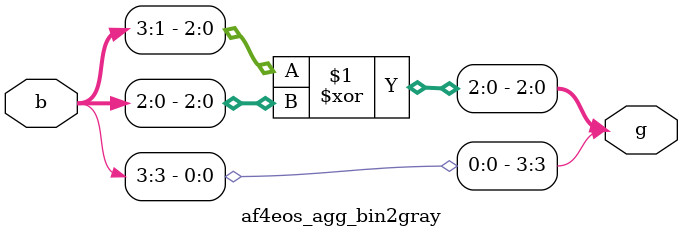
<source format=v>

module af4eos_agg_bin2gray
    (
     b,
     g
     );

////////////////////////////////////////////////////////////////////////////////
// Parameter declarations
parameter   WIDTH = 4;

////////////////////////////////////////////////////////////////////////////////
// Port declarations
input [WIDTH-1:0]   b;
output [WIDTH-1:0]  g;

////////////////////////////////////////////////////////////////////////////////
// Output declarations

////////////////////////////////////////////////////////////////////////////////
// Local logic and instantiation
wire [WIDTH-1:0]    b;
wire [WIDTH-1:0]    g;
/*
 Copy the most significant bit. 
    For each smaller i
    G[i] = B[i+1] ^ B[i]
 */
assign              g[WIDTH-1]  = b[WIDTH-1];
assign              g[WIDTH-2:0]= b[WIDTH-1:1] ^ b[WIDTH-2:0];

endmodule 

</source>
